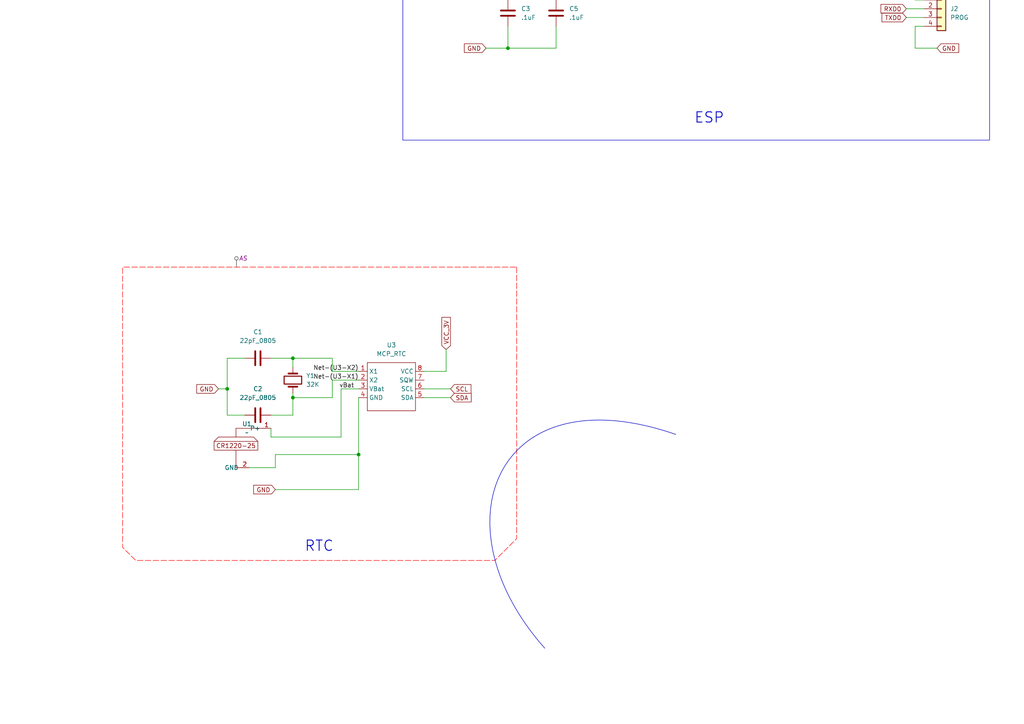
<source format=kicad_sch>
(kicad_sch (version 20250114) (generator "eeschema") (generator_version "9.0")
  (paper "A4")
  (title_block (company "FEVINO INDUSTRIES LLP") (comment 1 "PUNE"))
  (lib_symbols
    (symbol "Connector_Generic:Conn_01x02" (pin_names (offset 1.016) (hide yes))
      (property "Reference" "J" (at 0 2.54 0))
      (property "Value" "Conn_01x02" (at 0 -5.08 0))
      (symbol "Conn_01x02_1_1"
        (rectangle (start -1.27 1.27) (end 1.27 -3.81) (stroke (width 0.254)) (fill (type background)))
        (rectangle (start -1.27 0.127) (end 0 -0.127) (stroke (width 0.1524)))
        (rectangle (start -1.27 -2.413) (end 0 -2.667) (stroke (width 0.1524)))
        (pin passive line (at -5.08 0 0) (length 3.81) (name "Pin_1") (number "1"))
        (pin passive line (at -5.08 -2.54 0) (length 3.81) (name "Pin_2") (number "2"))
      )
    )
    (symbol "Connector_Generic:Conn_01x04" (pin_names (offset 1.016) (hide yes))
      (property "Reference" "J" (at 0 5.08 0))
      (property "Value" "Conn_01x04" (at 0 -7.62 0))
      (symbol "Conn_01x04_1_1"
        (rectangle (start -1.27 3.81) (end 1.27 -6.35) (stroke (width 0.254)) (fill (type background)))
        (rectangle (start -1.27 2.667) (end 0 2.413) (stroke (width 0.1524)))
        (rectangle (start -1.27 0.127) (end 0 -0.127) (stroke (width 0.1524)))
        (rectangle (start -1.27 -2.413) (end 0 -2.667) (stroke (width 0.1524)))
        (rectangle (start -1.27 -4.953) (end 0 -5.207) (stroke (width 0.1524)))
        (pin passive line (at -5.08 2.54 0) (length 3.81) (name "Pin_1") (number "1"))
        (pin passive line (at -5.08 0 0) (length 3.81) (name "Pin_2") (number "2"))
        (pin passive line (at -5.08 -2.54 0) (length 3.81) (name "Pin_3") (number "3"))
        (pin passive line (at -5.08 -5.08 0) (length 3.81) (name "Pin_4") (number "4"))
      )
    )
    (symbol "Device:C" (pin_numbers (hide yes)) (pin_names (offset 0.254))
      (property "Reference" "C" (at 0.635 2.54 0))
      (property "Value" "C" (at 0.635 -2.54 0))
      (symbol "C_0_1"
        (polyline (pts (xy -2.032 0.762) (xy 2.032 0.762)) (stroke (width 0.508)))
        (polyline (pts (xy -2.032 -0.762) (xy 2.032 -0.762)) (stroke (width 0.508)))
      )
      (symbol "C_1_1"
        (pin passive line (at 0 3.81 270) (length 2.794) (name "~") (number "1"))
        (pin passive line (at 0 -3.81 90) (length 2.794) (name "~") (number "2"))
      )
    )
    (symbol "Device:Crystal" (pin_numbers (hide yes)) (pin_names (offset 1.016) (hide yes))
      (property "Reference" "Y" (at 0 3.81 0))
      (property "Value" "Crystal" (at 0 -3.81 0))
      (symbol "Crystal_0_1"
        (polyline (pts (xy -2.54 0) (xy -1.905 0)))
        (polyline (pts (xy -1.905 -1.27) (xy -1.905 1.27)) (stroke (width 0.508)))
        (rectangle (start -1.143 2.54) (end 1.143 -2.54) (stroke (width 0.3048)))
        (polyline (pts (xy 1.905 -1.27) (xy 1.905 1.27)) (stroke (width 0.508)))
        (polyline (pts (xy 2.54 0) (xy 1.905 0)))
      )
      (symbol "Crystal_1_1"
        (pin passive line (at -3.81 0 0) (length 1.27) (name "1") (number "1"))
        (pin passive line (at 3.81 0 180) (length 1.27) (name "2") (number "2"))
      )
    )
    (symbol "Device:R" (pin_numbers (hide yes)) (pin_names (offset 0))
      (property "Reference" "R" (at 2.032 0 90))
      (property "Value" "R" (at 0 0 90))
      (symbol "R_0_1"
        (rectangle (start -1.016 -2.54) (end 1.016 2.54) (stroke (width 0.254)))
      )
      (symbol "R_1_1"
        (pin passive line (at 0 3.81 270) (length 1.27) (name "~") (number "1"))
        (pin passive line (at 0 -3.81 90) (length 1.27) (name "~") (number "2"))
      )
    )
    (symbol "Transistor_BJT:BC847" (pin_names (offset 0) (hide yes))
      (property "Reference" "Q" (at 5.08 1.905 0))
      (property "Value" "BC847" (at 5.08 0 0))
      (symbol "BC847_0_1"
        (polyline (pts (xy -2.54 0) (xy 0.635 0)))
        (polyline (pts (xy 0.635 1.905) (xy 0.635 -1.905)) (stroke (width 0.508)))
        (circle (center 1.27 0) (radius 2.8194) (stroke (width 0.254)))
      )
      (symbol "BC847_1_1"
        (polyline (pts (xy 0.635 0.635) (xy 2.54 2.54)))
        (polyline (pts (xy 0.635 -0.635) (xy 2.54 -2.54)))
        (polyline (pts (xy 1.27 -1.778) (xy 1.778 -1.27) (xy 2.286 -2.286) (xy 1.27 -1.778)) (fill (type outline)))
        (pin input line (at -5.08 0 0) (length 2.54) (name "B") (number "1"))
        (pin passive line (at 2.54 5.08 270) (length 2.54) (name "C") (number "3"))
        (pin passive line (at 2.54 -5.08 90) (length 2.54) (name "E") (number "2"))
      )
    )
    (symbol "fevino:1N4148_SOD"
      (property "Reference" "D" (at 0 -3.81 0))
      (symbol "1N4148_SOD_1_1"
        (polyline (pts (xy -1.27 2.54) (xy -1.27 -2.54)))
        (polyline (pts (xy 2.54 2.54) (xy 2.54 -2.54)))
        (polyline (pts (xy 2.54 2.54) (xy -1.27 0) (xy 2.54 -2.54)))
        (pin input line (at -6.35 0 0) (length 5.08) (name "~") (number "1"))
        (pin input line (at 7.62 0 180) (length 5.08) (name "~") (number "2"))
      )
    )
    (symbol "fevino:HF32FV-G"
      (property "Reference" "K" (at 2.54 8.89 0))
      (symbol "HF32FV-G_0_1"
        (rectangle (start 0 7.62) (end 15.24 0))
      )
      (symbol "HF32FV-G_1_1"
        (text "HF32FV-G" (at 7.62 3.81 0) (effects (font (size 1.27 1.27))))
        (pin input line (at -2.54 6.35 0) (length 2.54) (name "1") (number "1"))
        (pin input line (at -2.54 1.27 0) (length 2.54) (name "2") (number "2"))
        (pin output line (at 17.78 6.35 180) (length 2.54) (name "4") (number "4"))
        (pin output line (at 17.78 2.54 180) (length 2.54) (name "3") (number "3"))
      )
    )
    (symbol "fevino:battery"
      (property "Reference" "U" (at 0 0 0))
      (symbol "battery_0_1"
        (rectangle (start -10.16 5.08) (end 2.54 2.54))
        (polyline (pts (xy -2.54 -2.54) (xy -3.81 -2.54) (xy -3.81 2.54)))
        (polyline (pts (xy 2.54 5.08) (xy 1.27 6.35) (xy -8.89 6.35) (xy -10.16 5.08)))
        (polyline (pts (xy 3.81 8.89) (xy -3.81 8.89) (xy -3.81 6.35)))
      )
      (symbol "battery_1_1"
        (text "CR1220-25\n" (at -3.81 3.81 0) (effects (font (size 1.27 1.27))))
        (pin input line (at 0 -2.54 180) (length 2.54) (name "GND") (number "2"))
        (pin input line (at 6.35 8.89 180) (length 2.54) (name "P+") (number "1"))
      )
    )
    (symbol "fevino:esp32-wroom-32e"
      (property "Reference" "U" (at 1.27 0 0))
      (symbol "esp32-wroom-32e_0_0"
        (pin power_in line (at -22.86 16.51 0) (length 2.54) (name "GND") (number "1"))
        (pin power_in line (at -22.86 13.97 0) (length 2.54) (name "3V3") (number "2"))
        (pin input line (at -22.86 11.43 0) (length 2.54) (name "EN") (number "3"))
        (pin input line (at -22.86 8.89 0) (length 2.54) (name "SEN_P") (number "4"))
        (pin input line (at -22.86 6.35 0) (length 2.54) (name "SEN_N") (number "5"))
        (pin input line (at -22.86 3.81 0) (length 2.54) (name "GPIO34") (number "6"))
        (pin input line (at -22.86 1.27 0) (length 2.54) (name "GPIO35") (number "7"))
        (pin input line (at -22.86 -1.27 0) (length 2.54) (name "GPIO32_T9") (number "8"))
        (pin input line (at -22.86 -3.81 0) (length 2.54) (name "GPIO33_T8") (number "9"))
        (pin input line (at -22.86 -6.35 0) (length 2.54) (name "GPIO25") (number "10"))
        (pin input line (at -22.86 -8.89 0) (length 2.54) (name "GPIO26") (number "11"))
        (pin input line (at -22.86 -11.43 0) (length 2.54) (name "GPIO27_T7") (number "12"))
        (pin input line (at -22.86 -13.97 0) (length 2.54) (name "GPIO14_6") (number "13"))
        (pin input line (at -22.86 -16.51 0) (length 2.54) (name "GPIO12_T5") (number "14"))
        (pin power_in line (at -8.89 -27.94 90) (length 2.54) (name "GND") (number "15"))
        (pin input line (at -6.35 -27.94 90) (length 2.54) (name "GPIO13_4") (number "16"))
        (pin input line (at -3.81 -27.94 90) (length 2.54) (name "SHD") (number "17"))
        (pin input line (at -1.27 -27.94 90) (length 2.54) (name "SWP") (number "18"))
        (pin input line (at 1.27 -27.94 90) (length 2.54) (name "SCS") (number "19"))
        (pin input line (at 3.81 -27.94 90) (length 2.54) (name "SCK") (number "20"))
        (pin input line (at 6.35 -27.94 90) (length 2.54) (name "SDO") (number "21"))
        (pin input line (at 8.89 -27.94 90) (length 2.54) (name "SDI") (number "22"))
        (pin input line (at 11.43 -27.94 90) (length 2.54) (name "GPIO15_T3") (number "23"))
        (pin input line (at 13.97 -27.94 90) (length 2.54) (name "GPIO2_T2") (number "24"))
        (pin power_in line (at 25.4 17.78 180) (length 2.54) (name "GND") (number "38"))
        (pin input line (at 25.4 15.24 180) (length 2.54) (name "GPIO23") (number "37"))
        (pin input line (at 25.4 10.16 180) (length 2.54) (name "TXD0") (number "35"))
        (pin input line (at 25.4 7.62 180) (length 2.54) (name "RXD0") (number "34"))
        (pin input line (at 25.4 2.54 180) (length 2.54) (name "NC") (number "32"))
        (pin input line (at 25.4 0 180) (length 2.54) (name "GPIO19") (number "31"))
        (pin input line (at 25.4 -2.54 180) (length 2.54) (name "GPIO18") (number "30"))
        (pin input line (at 25.4 -5.08 180) (length 2.54) (name "GPIO5") (number "29"))
        (pin input line (at 25.4 -7.62 180) (length 2.54) (name "GPIO17") (number "28"))
        (pin input line (at 25.4 -10.16 180) (length 2.54) (name "GPIO16") (number "27"))
        (pin input line (at 25.4 -12.7 180) (length 2.54) (name "GPIO4_T0") (number "26"))
        (pin input line (at 25.4 -15.24 180) (length 2.54) (name "GPIO0_T1") (number "25"))
      )
      (symbol "esp32-wroom-32e_0_1"
        (rectangle (start -20.32 36.83) (end 22.86 -25.4))
        (polyline (pts (xy -19.05 35.56) (xy -19.05 20.32) (xy -15.24 20.32) (xy -15.24 30.48) (xy -5.08 30.48) (xy -5.08 21.59) (xy 1.27 21.59) (xy 1.27 33.02) (xy 20.32 33.02) (xy 20.32 22.86)))
      )
      (symbol "esp32-wroom-32e_1_0"
        (pin input line (at 25.4 12.7 180) (length 2.54) (name "GPIO22_SCL") (number "36"))
        (pin input line (at 25.4 5.08 180) (length 2.54) (name "GPIO21_SDA") (number "33"))
      )
    )
    (symbol "fevino:rtc"
      (property "Reference" "U" (at 0 11.43 0))
      (property "Value" "MCP_RTC" (at 0 7.62 0))
      (symbol "rtc_0_0"
        (pin input line (at -10.16 3.81 0) (length 2.54) (name "X1") (number "1"))
        (pin input line (at -10.16 1.27 0) (length 2.54) (name "X2") (number "2"))
        (pin input line (at -10.16 -1.27 0) (length 2.54) (name "VBat") (number "3"))
        (pin input line (at -10.16 -3.81 0) (length 2.54) (name "GND") (number "4"))
        (pin input line (at 8.89 3.81 180) (length 2.54) (name "VCC") (number "8"))
        (pin input line (at 8.89 1.27 180) (length 2.54) (name "SQW") (number "7"))
        (pin input line (at 8.89 -1.27 180) (length 2.54) (name "SCL") (number "6"))
        (pin input line (at 8.89 -3.81 180) (length 2.54) (name "SDA") (number "5"))
      )
      (symbol "rtc_0_1"
        (rectangle (start -7.62 6.35) (end 6.35 -7.62))
      )
    )
    (symbol "fevino:terminal_2pin"
      (symbol "terminal_2pin_0_1"
        (rectangle (start 2.54 6.35) (end 8.89 -2.54))
        (circle (center 6.35 3.81) (radius 1.27))
        (circle (center 6.35 0) (radius 1.27))
      )
      (symbol "terminal_2pin_1_1"
        (pin input line (at 0 3.81 0) (length 2.54) (name "1") (number "1"))
        (pin input line (at 0 0 0) (length 2.54) (name "2") (number "2"))
      )
    )
  )
  (bezier (pts (xy 196 126) (xy 144 108) (xy 126 152) (xy 158 188)))
  (rectangle (start 116.84 -91.44) (end 287.02 40.64))
  (text "ESP" (at 205.74 34.29 0) (effects (font (size 3 3) (thickness 0.254) (bold yes))))
  (text "RTC\n" (at 92.57 158.51 0) (effects (font (size 3 3) (thickness 0.254) (bold yes))))
  (junction (at 254 -49.53))
  (junction (at -1.27 -71.12))
  (junction (at 65.9 112.79))
  (junction (at 84.95 115.33))
  (junction (at 104 131.84))
  (junction (at 147.32 -3.81))
  (junction (at 250.19 -81.28))
  (junction (at 84.95 103.9))
  (junction (at 147.32 13.97))
  (junction (at -1.27 -87.63))
  (junction (at 157.48 -55.88))
  (junction (at 29.21 -87.63))
  (junction (at 245.11 -57.15))
  (junction (at 29.21 -83.82))
  (wire (pts (xy -3.81 -97.79) (xy -3.81 -87.63)))
  (wire (pts (xy 234.95 -52.07) (xy 224.79 -52.07)))
  (wire (pts (xy -16.51 -102.87) (xy -11.43 -102.87)))
  (wire (pts (xy 265.43 13.97) (xy 265.43 7.62)))
  (wire (pts (xy 84.95 115.33) (xy 84.95 114.06)))
  (wire (pts (xy 96.38 107.71) (xy 96.38 103.9)))
  (wire (pts (xy 98.92 112.79) (xy 104 112.79)))
  (wire (pts (xy 265.43 -5.08) (xy 265.43 0)))
  (wire (pts (xy 265.43 7.62) (xy 267.97 7.62)))
  (wire (pts (xy 104 142) (xy 104 131.84)))
  (wire (pts (xy 157.48 -55.88) (xy 157.48 -49.53)))
  (wire (pts (xy 104 131.84) (xy 104 115.33)))
  (wire (pts (xy 147.32 -55.88) (xy 157.48 -55.88)))
  (wire (pts (xy -3.81 -87.63) (xy -1.27 -87.63)))
  (wire (pts (xy 250.19 -81.28) (xy 254 -81.28)))
  (wire (pts (xy 84.95 120.41) (xy 84.95 115.33)))
  (wire (pts (xy 170.18 -58.42) (xy 176.53 -58.42)))
  (wire (pts (xy 265.43 0) (xy 267.97 0)))
  (wire (pts (xy 96.38 103.9) (xy 84.95 103.9)))
  (wire (pts (xy 129.4 101.36) (xy 129.4 107.71)))
  (wire (pts (xy 147.32 -3.81) (xy 147.32 0)))
  (wire (pts (xy 157.48 -55.88) (xy 176.53 -55.88)))
  (wire (pts (xy 250.19 -86.36) (xy 250.19 -81.28)))
  (wire (pts (xy 254 -81.28) (xy 254 -77.47)))
  (wire (pts (xy 170.18 -60.96) (xy 176.53 -60.96)))
  (wire (pts (xy 123.05 107.71) (xy 129.4 107.71)))
  (wire (pts (xy 259.08 -29.21) (xy 245.11 -29.21)))
  (wire (pts (xy 29.21 -87.63) (xy 30.48 -87.63)))
  (wire (pts (xy 96.38 107.71) (xy 104 107.71)))
  (wire (pts (xy 78.6 126.76) (xy 98.92 126.76)))
  (wire (pts (xy 96.38 110.25) (xy 96.38 115.33)))
  (wire (pts (xy 147.32 -3.81) (xy 161.29 -3.81)))
  (wire (pts (xy 157.48 -34.29) (xy 157.48 -41.91)))
  (wire (pts (xy 245.11 -63.5) (xy 245.11 -57.15)))
  (wire (pts (xy 7.62 -71.12) (xy 7.62 -82.55)))
  (wire (pts (xy 79.87 131.84) (xy 79.87 135.65)))
  (wire (pts (xy 254 -69.85) (xy 254 -49.53)))
  (wire (pts (xy 96.38 115.33) (xy 84.95 115.33)))
  (wire (pts (xy 242.57 -29.21) (xy 224.79 -29.21)))
  (wire (pts (xy 63.36 112.79) (xy 65.9 112.79)))
  (wire (pts (xy -1.27 -87.63) (xy -1.27 -86.36)))
  (wire (pts (xy 157.48 -64.77) (xy 157.48 -55.88)))
  (wire (pts (xy -3.81 -116.84) (xy -3.81 -107.95)))
  (wire (pts (xy 161.29 13.97) (xy 161.29 7.62)))
  (wire (pts (xy 147.32 13.97) (xy 161.29 13.97)))
  (wire (pts (xy 147.32 -76.2) (xy 157.48 -76.2)))
  (wire (pts (xy 151.13 -34.29) (xy 157.48 -34.29)))
  (wire (pts (xy -30.48 -102.87) (xy -24.13 -102.87)))
  (wire (pts (xy -1.27 -72.39) (xy -1.27 -71.12)))
  (wire (pts (xy 123.05 115.33) (xy 130.67 115.33)))
  (wire (pts (xy -1.27 -71.12) (xy 7.62 -71.12)))
  (wire (pts (xy 161.29 -3.81) (xy 161.29 0)))
  (wire (pts (xy 78.6 124.22) (xy 78.6 126.76)))
  (wire (pts (xy 78.6 120.41) (xy 84.95 120.41)))
  (wire (pts (xy 79.87 135.65) (xy 72.25 135.65)))
  (wire (pts (xy 104 110.25) (xy 96.38 110.25)))
  (wire (pts (xy 140.97 13.97) (xy 147.32 13.97)))
  (wire (pts (xy 142.24 -3.81) (xy 147.32 -3.81)))
  (wire (pts (xy 234.95 -54.61) (xy 224.79 -54.61)))
  (wire (pts (xy 224.79 -49.53) (xy 254 -49.53)))
  (wire (pts (xy 79.87 131.84) (xy 104 131.84)))
  (wire (pts (xy 78.6 103.9) (xy 84.95 103.9)))
  (wire (pts (xy 269.24 -5.08) (xy 265.43 -5.08)))
  (wire (pts (xy 65.9 112.79) (xy 65.9 120.41)))
  (wire (pts (xy 224.79 -57.15) (xy 245.11 -57.15)))
  (wire (pts (xy 224.79 -34.29) (xy 231.14 -34.29)))
  (wire (pts (xy 27.94 -87.63) (xy 29.21 -87.63)))
  (wire (pts (xy 262.89 5.08) (xy 267.97 5.08)))
  (wire (pts (xy 29.21 -83.82) (xy 30.48 -83.82)))
  (wire (pts (xy 271.78 13.97) (xy 265.43 13.97)))
  (wire (pts (xy 245.11 -71.12) (xy 245.11 -81.28)))
  (wire (pts (xy -1.27 -87.63) (xy 7.62 -87.63)))
  (wire (pts (xy 98.92 126.76) (xy 98.92 112.79)))
  (wire (pts (xy 157.48 -76.2) (xy 157.48 -72.39)))
  (wire (pts (xy 254 -49.53) (xy 260.35 -49.53)))
  (wire (pts (xy 70.98 103.9) (xy 65.9 103.9)))
  (wire (pts (xy 245.11 -29.21) (xy 245.11 -26.67)))
  (wire (pts (xy 245.11 -81.28) (xy 250.19 -81.28)))
  (wire (pts (xy 262.89 2.54) (xy 267.97 2.54)))
  (wire (pts (xy 79.87 142) (xy 104 142)))
  (wire (pts (xy 27.94 -83.82) (xy 29.21 -83.82)))
  (wire (pts (xy 224.79 -62.23) (xy 229.87 -62.23)))
  (wire (pts (xy 123.05 112.79) (xy 130.67 112.79)))
  (wire (pts (xy 65.9 103.9) (xy 65.9 112.79)))
  (wire (pts (xy 29.21 -83.82) (xy 29.21 -72.39)))
  (wire (pts (xy 84.95 103.9) (xy 84.95 106.44)))
  (wire (pts (xy 29.21 -92.71) (xy 29.21 -87.63)))
  (wire (pts (xy -3.81 -71.12) (xy -1.27 -71.12)))
  (wire (pts (xy 65.9 120.41) (xy 70.98 120.41)))
  (wire (pts (xy 242.57 -26.67) (xy 242.57 -29.21)))
  (wire (pts (xy 147.32 7.62) (xy 147.32 13.97)))
  (wire (pts (xy 245.11 -57.15) (xy 260.35 -57.15)))
  (label "vBat" (at 102.73 112.79 180))
  (label "Net-(U3-X1)" (at 104 110.25 180))
  (label "AC_L" (at 29.21 -72.39 0))
  (label "Net-(U3-X2)" (at 104 107.71 180))
  (label "AC_H" (at 29.21 -92.71 90))
  (global_label "GND" (shape input) (at 151.13 -34.29 180) (property "Intersheetrefs" "${INTERSHEET_REFS}" (effects (hide yes))))
  (global_label "GND" (shape input) (at 271.78 13.97 0) (property "Intersheetrefs" "${INTERSHEET_REFS}" (effects (hide yes))))
  (global_label "VCC_3V" (shape input) (at 129.4 101.36 90) (property "Intersheetrefs" "${INTERSHEET_REFS}" (effects (hide yes))))
  (global_label "VCC_5V" (shape input) (at -3.81 -116.84 180) (property "Intersheetrefs" "${INTERSHEET_REFS}" (effects (hide yes))))
  (global_label "ESP_RST" (shape input) (at 147.32 -55.88 180) (property "Intersheetrefs" "${INTERSHEET_REFS}" (effects (hide yes))))
  (global_label "GND" (shape input) (at 170.18 -60.96 180) (property "Intersheetrefs" "${INTERSHEET_REFS}" (effects (hide yes))))
  (global_label "VCC_3V" (shape input) (at 142.24 -3.81 180) (property "Intersheetrefs" "${INTERSHEET_REFS}" (effects (hide yes))))
  (global_label "SCL" (shape input) (at 130.67 112.79 0) (property "Intersheetrefs" "${INTERSHEET_REFS}" (effects (hide yes))))
  (global_label "VCC_3V" (shape input) (at 147.32 -76.2 180) (property "Intersheetrefs" "${INTERSHEET_REFS}" (effects (hide yes))))
  (global_label "VCC_3V" (shape input) (at 269.24 -5.08 0) (property "Intersheetrefs" "${INTERSHEET_REFS}" (effects (hide yes))))
  (global_label "SCL" (shape input) (at 260.35 -57.15 0) (property "Intersheetrefs" "${INTERSHEET_REFS}" (effects (hide yes))))
  (global_label "GND" (shape input) (at 259.08 -29.21 0) (property "Intersheetrefs" "${INTERSHEET_REFS}" (effects (hide yes))))
  (global_label "TXD0" (shape input) (at 234.95 -54.61 0) (property "Intersheetrefs" "${INTERSHEET_REFS}" (effects (hide yes))))
  (global_label "GND" (shape input) (at -3.81 -71.12 180) (property "Intersheetrefs" "${INTERSHEET_REFS}" (effects (hide yes))))
  (global_label "GND" (shape input) (at 79.87 142 180) (property "Intersheetrefs" "${INTERSHEET_REFS}" (effects (hide yes))))
  (global_label "TXD0" (shape input) (at 262.89 5.08 180) (property "Intersheetrefs" "${INTERSHEET_REFS}" (effects (hide yes))))
  (global_label "RXD0" (shape input) (at 234.95 -52.07 0) (property "Intersheetrefs" "${INTERSHEET_REFS}" (effects (hide yes))))
  (global_label "GND" (shape input) (at 229.87 -62.23 0) (property "Intersheetrefs" "${INTERSHEET_REFS}" (effects (hide yes))))
  (global_label "VCC_3V" (shape input) (at 250.19 -86.36 0) (property "Intersheetrefs" "${INTERSHEET_REFS}" (effects (hide yes))))
  (global_label "IR_DATA" (shape input) (at 231.14 -34.29 0) (property "Intersheetrefs" "${INTERSHEET_REFS}" (effects (hide yes))))
  (global_label "SDA" (shape input) (at 130.67 115.33 0) (property "Intersheetrefs" "${INTERSHEET_REFS}" (effects (hide yes))))
  (global_label "GND" (shape input) (at 140.97 13.97 180) (property "Intersheetrefs" "${INTERSHEET_REFS}" (effects (hide yes))))
  (global_label "RXD0" (shape input) (at 262.89 2.54 180) (property "Intersheetrefs" "${INTERSHEET_REFS}" (effects (hide yes))))
  (global_label "VCC_3V" (shape input) (at 170.18 -58.42 180) (property "Intersheetrefs" "${INTERSHEET_REFS}" (effects (hide yes))))
  (global_label "GND" (shape input) (at 63.36 112.79 180) (property "Intersheetrefs" "${INTERSHEET_REFS}" (effects (hide yes))))
  (global_label "SDA" (shape input) (at 260.35 -49.53 0) (property "Intersheetrefs" "${INTERSHEET_REFS}" (effects (hide yes))))
  (hierarchical_label "rel_pin" (shape input) (at -30.48 -102.87 180))
  (rule_area (polyline (pts (xy 149.86 77.47) (xy 149.86 156.21) (xy 143.51 162.56) (xy 39.37 162.56) (xy 35.56 158.75) (xy 35.56 77.47) (xy 40.64 77.47)) (stroke (width 0) (type dash))))
  (netclass_flag "" (length 2.54) (shape round) (at 68.58 77.47 0) (property "Component Class" "AS" (at 69.2785 74.93 0) (effects (font (italic yes)) (justify left))))
  (symbol (lib_id "Device:R") (at 245.11 -67.31 0) (unit 1)
    (property "Reference" "R3" (at 248.92 -68.5801 0) (effects (justify left)))
    (property "Value" "4K7_0805" (at 248.92 -66.0401 0) (effects (justify left)))
    (property "Footprint" "fevino:R_0603" (effects (hide yes)))
    (property "Description" "Resistor" (effects (hide yes)))
  )
  (symbol (lib_id "Transistor_BJT:BC847") (at -6.35 -102.87 0) (unit 1)
    (property "Reference" "Q1" (at -1.27 -104.1401 0) (effects (justify left)))
    (property "Value" "BC847" (at -1.27 -101.6001 0) (effects (justify left)))
    (property "Footprint" "Package_TO_SOT_SMD:SOT-23" (effects (hide yes)))
    (property "Datasheet" "http://www.infineon.com/dgdl/Infineon-BC847SERIES_BC848SERIES_BC849SERIES_BC850SERIES-DS-v01_01-en.pdf?fileId=db3a304314dca389011541d4630a1657" (effects (hide yes)))
    (property "Description" "0.1A Ic, 45V Vce, NPN Transistor, SOT-23" (effects (hide yes)))
  )
  (symbol (lib_id "Connector_Generic:Conn_01x04") (at 273.05 2.54 0) (unit 1)
    (property "Reference" "J2" (at 275.59 2.5399 0) (effects (justify left)))
    (property "Value" "PROG" (at 275.59 5.0799 0) (effects (justify left)))
    (property "Footprint" "Connector_PinSocket_2.54mm:PinSocket_1x04_P2.54mm_Vertical" (effects (hide yes)))
    (property "Description" "Generic connector, single row, 01x04, script generated (kicad-library-utils/schlib/autogen/connector/)" (effects (hide yes)))
  )
  (symbol (lib_id "fevino:HF32FV-G") (at 10.16 -81.28 0) (unit 1)
    (property "Reference" "K1" (at 17.78 -92.71 0))
    (property "Value" "~" (at 17.78 -90.17 0))
    (property "Footprint" "fevino:HF32FV-G" (effects (hide yes)))
  )
  (symbol (lib_id "fevino:rtc") (at 114.16 111.52 0) (unit 1)
    (property "Reference" "U3" (at 113.525 100.09 0))
    (property "Value" "MCP_RTC" (at 113.525 102.63 0))
    (property "Footprint" "fevino:rtc" (effects (hide yes)))
    (property "Datasheet" "https://ww1.microchip.com/downloads/aemDocuments/documents/MPD/ProductDocuments/DataSheets/MCP7940N-Battery-Backed-I2C-RTCC-with-SRAM-20005010J.pdf" (effects (hide yes)))
  )
  (symbol (lib_id "Device:Crystal") (at 84.95 110.25 90) (unit 1)
    (property "Reference" "Y1" (at 88.76 108.9799 90) (effects (justify right)))
    (property "Value" "32K" (at 88.76 111.5199 90) (effects (justify right)))
    (property "Footprint" "fevino:crystal" (effects (hide yes)))
    (property "Description" "Two pin crystal" (effects (hide yes)))
  )
  (symbol (lib_id "fevino:1N4148_SOD") (at -1.27 -80.01 270) (unit 1)
    (property "Reference" "D1" (at 2.54 -80.0101 90) (effects (justify left)))
    (property "Value" "~" (at 2.54 -78.105 90) (effects (justify left)))
    (property "Footprint" "Diode_SMD:D_SOD-123F" (effects (hide yes)))
    (property "Datasheet" "https://www.diodes.com/assets/Datasheets/BAV16W_1N4148W.pdf" (effects (hide yes)))
  )
  (symbol (lib_id "Device:R") (at 254 -73.66 0) (unit 1)
    (property "Reference" "R4" (at 257.81 -74.9301 0) (effects (justify left)))
    (property "Value" "4K7_0805" (at 257.81 -72.3901 0) (effects (justify left)))
    (property "Footprint" "fevino:R_0603" (effects (hide yes)))
    (property "Description" "Resistor" (effects (hide yes)))
  )
  (symbol (lib_id "Device:R") (at -20.32 -102.87 90) (unit 1)
    (property "Reference" "R1" (at -20.32 -109.22 90))
    (property "Value" "1K" (at -20.32 -106.68 90))
    (property "Footprint" "Resistor_SMD:R_0805_2012Metric" (effects (hide yes)))
    (property "Description" "Resistor" (effects (hide yes)))
  )
  (symbol (lib_id "fevino:esp32-wroom-32e") (at 199.39 -44.45 0) (unit 1)
    (property "Reference" "U2" (at 200.66 -86.36 0))
    (property "Value" "ESP_32WROOM_E" (at 200.66 -83.82 0))
    (property "Footprint" "fevino:esp32-wroom-32e" (effects (hide yes)))
    (property "Datasheet" "https://www.espressif.com/sites/default/files/documentation/esp32-wroom-32e_esp32-wroom-32ue_datasheet_en.pdf" (effects (hide yes)))
  )
  (symbol (lib_id "Connector_Generic:Conn_01x02") (at 245.11 -21.59 270) (unit 1)
    (property "Reference" "J1" (at 247.65 -22.8601 90) (effects (justify left)))
    (property "Value" "BOOT" (at 247.65 -20.3201 90) (effects (justify left)))
    (property "Footprint" "Connector_PinHeader_2.54mm:PinHeader_1x02_P2.54mm_Vertical" (effects (hide yes)))
    (property "Description" "Generic connector, single row, 01x02, script generated (kicad-library-utils/schlib/autogen/connector/)" (effects (hide yes)))
  )
  (symbol (lib_id "fevino:terminal_2pin") (at 30.48 -87.63 0) (mirror x) (unit 1)
    (property "Reference" "U4" (at 40.64 -85.0899 0) (effects (justify left)))
    (property "Value" "~" (at 40.64 -86.995 0) (effects (justify left)))
    (property "Footprint" "fevino:terminal_2pin" (effects (hide yes)))
    (property "Datasheet" "https://mm.digikey.com/Volume0/opasdata/d220001/medias/docus/641/1888687.pdf" (effects (hide yes)))
  )
  (symbol (lib_id "Device:C") (at 147.32 3.81 0) (unit 1)
    (property "Reference" "C3" (at 151.13 2.5399 0) (effects (justify left)))
    (property "Value" ".1uF" (at 151.13 5.0799 0) (effects (justify left)))
    (property "Footprint" "fevino:C_0603" (effects (hide yes)))
    (property "Description" "Unpolarized capacitor" (effects (hide yes)))
  )
  (symbol (lib_id "Device:C") (at 74.79 103.9 90) (unit 1)
    (property "Reference" "C1" (at 74.79 96.28 90))
    (property "Value" "22pF_0805" (at 74.79 98.82 90))
    (property "Footprint" "fevino:C_0603" (effects (hide yes)))
    (property "Description" "Unpolarized capacitor" (effects (hide yes)))
  )
  (symbol (lib_id "Device:C") (at 74.79 120.41 90) (unit 1)
    (property "Reference" "C2" (at 74.79 112.79 90))
    (property "Value" "22pF_0805" (at 74.79 115.33 90))
    (property "Footprint" "fevino:C_0603" (effects (hide yes)))
    (property "Description" "Unpolarized capacitor" (effects (hide yes)))
  )
  (symbol (lib_id "Device:R") (at 157.48 -68.58 0) (unit 1)
    (property "Reference" "R2" (at 161.29 -69.8501 0) (effects (justify left)))
    (property "Value" "4K7_0805" (at 161.29 -67.3101 0) (effects (justify left)))
    (property "Footprint" "fevino:R_0603" (effects (hide yes)))
    (property "Description" "Resistor" (effects (hide yes)))
  )
  (symbol (lib_id "fevino:battery") (at 72.25 133.11 0) (unit 1)
    (property "Reference" "U1" (at 71.615 122.95 0))
    (property "Value" "~" (at 71.615 125.49 0))
    (property "Footprint" "Battery:BatteryHolder_LINX_BAT-HLD-012-SMT" (effects (hide yes)))
    (property "Datasheet" "https://data.energizer.com/pdfs/cr1220.pdf" (effects (hide yes)))
  )
  (symbol (lib_id "Device:C") (at 157.48 -45.72 0) (unit 1)
    (property "Reference" "C4" (at 161.29 -46.9901 0) (effects (justify left)))
    (property "Value" ".1uF" (at 161.29 -44.4501 0) (effects (justify left)))
    (property "Footprint" "fevino:C_0603" (effects (hide yes)))
    (property "Description" "Unpolarized capacitor" (effects (hide yes)))
  )
  (symbol (lib_id "Device:C") (at 161.29 3.81 0) (unit 1)
    (property "Reference" "C5" (at 165.1 2.5399 0) (effects (justify left)))
    (property "Value" ".1uF" (at 165.1 5.0799 0) (effects (justify left)))
    (property "Footprint" "fevino:C_0603" (effects (hide yes)))
    (property "Description" "Unpolarized capacitor" (effects (hide yes)))
  )
)
</source>
